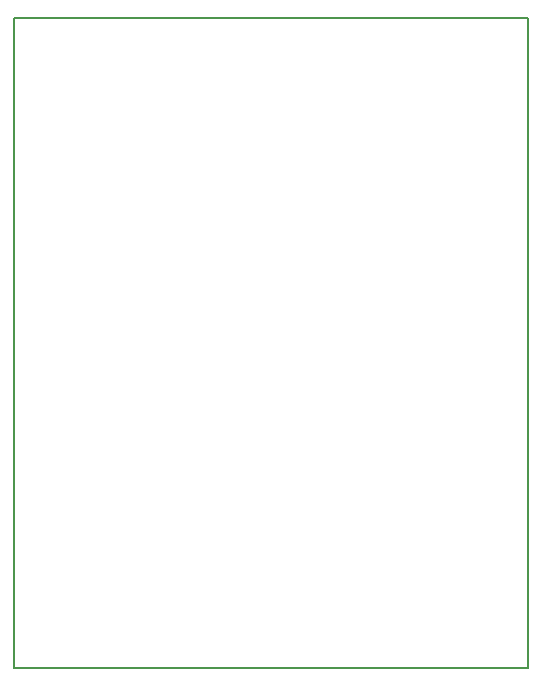
<source format=gbr>
%TF.GenerationSoftware,KiCad,Pcbnew,(6.0.5-0)*%
%TF.CreationDate,2024-03-03T20:53:33-05:00*%
%TF.ProjectId,power_PCB_v0.1,706f7765-725f-4504-9342-5f76302e312e,rev?*%
%TF.SameCoordinates,Original*%
%TF.FileFunction,Profile,NP*%
%FSLAX46Y46*%
G04 Gerber Fmt 4.6, Leading zero omitted, Abs format (unit mm)*
G04 Created by KiCad (PCBNEW (6.0.5-0)) date 2024-03-03 20:53:33*
%MOMM*%
%LPD*%
G01*
G04 APERTURE LIST*
%TA.AperFunction,Profile*%
%ADD10C,0.200000*%
%TD*%
G04 APERTURE END LIST*
D10*
X110300000Y-64650000D02*
X153850000Y-64650000D01*
X153850000Y-64650000D02*
X153850000Y-119750000D01*
X153850000Y-119750000D02*
X110300000Y-119750000D01*
X110300000Y-119750000D02*
X110300000Y-64650000D01*
M02*

</source>
